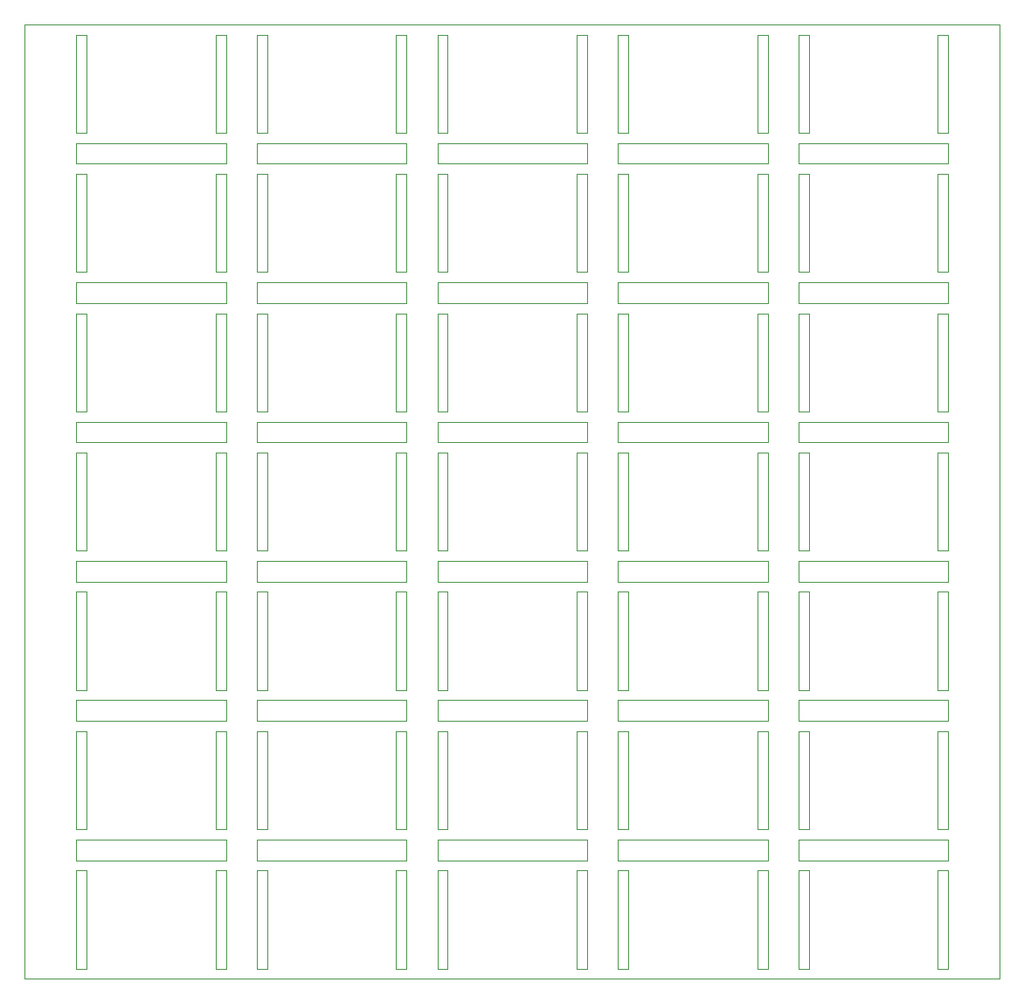
<source format=gm1>
%TF.GenerationSoftware,KiCad,Pcbnew,(5.1.6)-1*%
%TF.CreationDate,2020-09-22T23:21:28+09:00*%
%TF.ProjectId,funcdecoder_tomix_pcb_0773_0507_rev0_panelize_94_5mm_92_5mm,66756e63-6465-4636-9f64-65725f746f6d,rev?*%
%TF.SameCoordinates,PX66ff300PY337f980*%
%TF.FileFunction,Profile,NP*%
%FSLAX46Y46*%
G04 Gerber Fmt 4.6, Leading zero omitted, Abs format (unit mm)*
G04 Created by KiCad (PCBNEW (5.1.6)-1) date 2020-09-22 23:21:28*
%MOMM*%
%LPD*%
G01*
G04 APERTURE LIST*
%TA.AperFunction,Profile*%
%ADD10C,0.050000*%
%TD*%
G04 APERTURE END LIST*
D10*
X94500000Y-92500000D02*
X94500000Y0D01*
X0Y-92500000D02*
X94500000Y-92500000D01*
X0Y0D02*
X0Y-92500000D01*
X0Y0D02*
X94500000Y0D01*
X75000000Y-79000000D02*
X75000000Y-81000000D01*
X57500000Y-79000000D02*
X57500000Y-81000000D01*
X40000000Y-79000000D02*
X40000000Y-81000000D01*
X22500000Y-79000000D02*
X22500000Y-81000000D01*
X5000000Y-79000000D02*
X5000000Y-81000000D01*
X75000000Y-65500000D02*
X75000000Y-67500000D01*
X57500000Y-65500000D02*
X57500000Y-67500000D01*
X40000000Y-65500000D02*
X40000000Y-67500000D01*
X22500000Y-65500000D02*
X22500000Y-67500000D01*
X5000000Y-65500000D02*
X5000000Y-67500000D01*
X75000000Y-52000000D02*
X75000000Y-54000000D01*
X57500000Y-52000000D02*
X57500000Y-54000000D01*
X40000000Y-52000000D02*
X40000000Y-54000000D01*
X22500000Y-52000000D02*
X22500000Y-54000000D01*
X5000000Y-52000000D02*
X5000000Y-54000000D01*
X75000000Y-38500000D02*
X75000000Y-40500000D01*
X57500000Y-38500000D02*
X57500000Y-40500000D01*
X40000000Y-38500000D02*
X40000000Y-40500000D01*
X22500000Y-38500000D02*
X22500000Y-40500000D01*
X5000000Y-38500000D02*
X5000000Y-40500000D01*
X75000000Y-25000000D02*
X75000000Y-27000000D01*
X57500000Y-25000000D02*
X57500000Y-27000000D01*
X40000000Y-25000000D02*
X40000000Y-27000000D01*
X22500000Y-25000000D02*
X22500000Y-27000000D01*
X5000000Y-25000000D02*
X5000000Y-27000000D01*
X75000000Y-11500000D02*
X75000000Y-13500000D01*
X57500000Y-11500000D02*
X57500000Y-13500000D01*
X40000000Y-11500000D02*
X40000000Y-13500000D01*
X22500000Y-11500000D02*
X22500000Y-13500000D01*
X88500000Y-91500000D02*
X89500000Y-91500000D01*
X71000000Y-91500000D02*
X72000000Y-91500000D01*
X53500000Y-91500000D02*
X54500000Y-91500000D01*
X36000000Y-91500000D02*
X37000000Y-91500000D01*
X18500000Y-91500000D02*
X19500000Y-91500000D01*
X88500000Y-78000000D02*
X89500000Y-78000000D01*
X71000000Y-78000000D02*
X72000000Y-78000000D01*
X53500000Y-78000000D02*
X54500000Y-78000000D01*
X36000000Y-78000000D02*
X37000000Y-78000000D01*
X18500000Y-78000000D02*
X19500000Y-78000000D01*
X88500000Y-64500000D02*
X89500000Y-64500000D01*
X71000000Y-64500000D02*
X72000000Y-64500000D01*
X53500000Y-64500000D02*
X54500000Y-64500000D01*
X36000000Y-64500000D02*
X37000000Y-64500000D01*
X18500000Y-64500000D02*
X19500000Y-64500000D01*
X88500000Y-51000000D02*
X89500000Y-51000000D01*
X71000000Y-51000000D02*
X72000000Y-51000000D01*
X53500000Y-51000000D02*
X54500000Y-51000000D01*
X36000000Y-51000000D02*
X37000000Y-51000000D01*
X18500000Y-51000000D02*
X19500000Y-51000000D01*
X88500000Y-37500000D02*
X89500000Y-37500000D01*
X71000000Y-37500000D02*
X72000000Y-37500000D01*
X53500000Y-37500000D02*
X54500000Y-37500000D01*
X36000000Y-37500000D02*
X37000000Y-37500000D01*
X18500000Y-37500000D02*
X19500000Y-37500000D01*
X88500000Y-24000000D02*
X89500000Y-24000000D01*
X71000000Y-24000000D02*
X72000000Y-24000000D01*
X53500000Y-24000000D02*
X54500000Y-24000000D01*
X36000000Y-24000000D02*
X37000000Y-24000000D01*
X18500000Y-24000000D02*
X19500000Y-24000000D01*
X88500000Y-10500000D02*
X89500000Y-10500000D01*
X71000000Y-10500000D02*
X72000000Y-10500000D01*
X53500000Y-10500000D02*
X54500000Y-10500000D01*
X36000000Y-10500000D02*
X37000000Y-10500000D01*
X89500000Y-91500000D02*
X89500000Y-82000000D01*
X72000000Y-91500000D02*
X72000000Y-82000000D01*
X54500000Y-91500000D02*
X54500000Y-82000000D01*
X37000000Y-91500000D02*
X37000000Y-82000000D01*
X19500000Y-91500000D02*
X19500000Y-82000000D01*
X89500000Y-78000000D02*
X89500000Y-68500000D01*
X72000000Y-78000000D02*
X72000000Y-68500000D01*
X54500000Y-78000000D02*
X54500000Y-68500000D01*
X37000000Y-78000000D02*
X37000000Y-68500000D01*
X19500000Y-78000000D02*
X19500000Y-68500000D01*
X89500000Y-64500000D02*
X89500000Y-55000000D01*
X72000000Y-64500000D02*
X72000000Y-55000000D01*
X54500000Y-64500000D02*
X54500000Y-55000000D01*
X37000000Y-64500000D02*
X37000000Y-55000000D01*
X19500000Y-64500000D02*
X19500000Y-55000000D01*
X89500000Y-51000000D02*
X89500000Y-41500000D01*
X72000000Y-51000000D02*
X72000000Y-41500000D01*
X54500000Y-51000000D02*
X54500000Y-41500000D01*
X37000000Y-51000000D02*
X37000000Y-41500000D01*
X19500000Y-51000000D02*
X19500000Y-41500000D01*
X89500000Y-37500000D02*
X89500000Y-28000000D01*
X72000000Y-37500000D02*
X72000000Y-28000000D01*
X54500000Y-37500000D02*
X54500000Y-28000000D01*
X37000000Y-37500000D02*
X37000000Y-28000000D01*
X19500000Y-37500000D02*
X19500000Y-28000000D01*
X89500000Y-24000000D02*
X89500000Y-14500000D01*
X72000000Y-24000000D02*
X72000000Y-14500000D01*
X54500000Y-24000000D02*
X54500000Y-14500000D01*
X37000000Y-24000000D02*
X37000000Y-14500000D01*
X19500000Y-24000000D02*
X19500000Y-14500000D01*
X89500000Y-10500000D02*
X89500000Y-1000000D01*
X72000000Y-10500000D02*
X72000000Y-1000000D01*
X54500000Y-10500000D02*
X54500000Y-1000000D01*
X37000000Y-10500000D02*
X37000000Y-1000000D01*
X89500000Y-79000000D02*
X89500000Y-81000000D01*
X72000000Y-79000000D02*
X72000000Y-81000000D01*
X54500000Y-79000000D02*
X54500000Y-81000000D01*
X37000000Y-79000000D02*
X37000000Y-81000000D01*
X19500000Y-79000000D02*
X19500000Y-81000000D01*
X89500000Y-65500000D02*
X89500000Y-67500000D01*
X72000000Y-65500000D02*
X72000000Y-67500000D01*
X54500000Y-65500000D02*
X54500000Y-67500000D01*
X37000000Y-65500000D02*
X37000000Y-67500000D01*
X19500000Y-65500000D02*
X19500000Y-67500000D01*
X89500000Y-52000000D02*
X89500000Y-54000000D01*
X72000000Y-52000000D02*
X72000000Y-54000000D01*
X54500000Y-52000000D02*
X54500000Y-54000000D01*
X37000000Y-52000000D02*
X37000000Y-54000000D01*
X19500000Y-52000000D02*
X19500000Y-54000000D01*
X89500000Y-38500000D02*
X89500000Y-40500000D01*
X72000000Y-38500000D02*
X72000000Y-40500000D01*
X54500000Y-38500000D02*
X54500000Y-40500000D01*
X37000000Y-38500000D02*
X37000000Y-40500000D01*
X19500000Y-38500000D02*
X19500000Y-40500000D01*
X89500000Y-25000000D02*
X89500000Y-27000000D01*
X72000000Y-25000000D02*
X72000000Y-27000000D01*
X54500000Y-25000000D02*
X54500000Y-27000000D01*
X37000000Y-25000000D02*
X37000000Y-27000000D01*
X19500000Y-25000000D02*
X19500000Y-27000000D01*
X89500000Y-11500000D02*
X89500000Y-13500000D01*
X72000000Y-11500000D02*
X72000000Y-13500000D01*
X54500000Y-11500000D02*
X54500000Y-13500000D01*
X37000000Y-11500000D02*
X37000000Y-13500000D01*
X89500000Y-82000000D02*
X88500000Y-82000000D01*
X72000000Y-82000000D02*
X71000000Y-82000000D01*
X54500000Y-82000000D02*
X53500000Y-82000000D01*
X37000000Y-82000000D02*
X36000000Y-82000000D01*
X19500000Y-82000000D02*
X18500000Y-82000000D01*
X89500000Y-68500000D02*
X88500000Y-68500000D01*
X72000000Y-68500000D02*
X71000000Y-68500000D01*
X54500000Y-68500000D02*
X53500000Y-68500000D01*
X37000000Y-68500000D02*
X36000000Y-68500000D01*
X19500000Y-68500000D02*
X18500000Y-68500000D01*
X89500000Y-55000000D02*
X88500000Y-55000000D01*
X72000000Y-55000000D02*
X71000000Y-55000000D01*
X54500000Y-55000000D02*
X53500000Y-55000000D01*
X37000000Y-55000000D02*
X36000000Y-55000000D01*
X19500000Y-55000000D02*
X18500000Y-55000000D01*
X89500000Y-41500000D02*
X88500000Y-41500000D01*
X72000000Y-41500000D02*
X71000000Y-41500000D01*
X54500000Y-41500000D02*
X53500000Y-41500000D01*
X37000000Y-41500000D02*
X36000000Y-41500000D01*
X19500000Y-41500000D02*
X18500000Y-41500000D01*
X89500000Y-28000000D02*
X88500000Y-28000000D01*
X72000000Y-28000000D02*
X71000000Y-28000000D01*
X54500000Y-28000000D02*
X53500000Y-28000000D01*
X37000000Y-28000000D02*
X36000000Y-28000000D01*
X19500000Y-28000000D02*
X18500000Y-28000000D01*
X89500000Y-14500000D02*
X88500000Y-14500000D01*
X72000000Y-14500000D02*
X71000000Y-14500000D01*
X54500000Y-14500000D02*
X53500000Y-14500000D01*
X37000000Y-14500000D02*
X36000000Y-14500000D01*
X19500000Y-14500000D02*
X18500000Y-14500000D01*
X89500000Y-1000000D02*
X88500000Y-1000000D01*
X72000000Y-1000000D02*
X71000000Y-1000000D01*
X54500000Y-1000000D02*
X53500000Y-1000000D01*
X37000000Y-1000000D02*
X36000000Y-1000000D01*
X75000000Y-91500000D02*
X76000000Y-91500000D01*
X57500000Y-91500000D02*
X58500000Y-91500000D01*
X40000000Y-91500000D02*
X41000000Y-91500000D01*
X22500000Y-91500000D02*
X23500000Y-91500000D01*
X5000000Y-91500000D02*
X6000000Y-91500000D01*
X75000000Y-78000000D02*
X76000000Y-78000000D01*
X57500000Y-78000000D02*
X58500000Y-78000000D01*
X40000000Y-78000000D02*
X41000000Y-78000000D01*
X22500000Y-78000000D02*
X23500000Y-78000000D01*
X5000000Y-78000000D02*
X6000000Y-78000000D01*
X75000000Y-64500000D02*
X76000000Y-64500000D01*
X57500000Y-64500000D02*
X58500000Y-64500000D01*
X40000000Y-64500000D02*
X41000000Y-64500000D01*
X22500000Y-64500000D02*
X23500000Y-64500000D01*
X5000000Y-64500000D02*
X6000000Y-64500000D01*
X75000000Y-51000000D02*
X76000000Y-51000000D01*
X57500000Y-51000000D02*
X58500000Y-51000000D01*
X40000000Y-51000000D02*
X41000000Y-51000000D01*
X22500000Y-51000000D02*
X23500000Y-51000000D01*
X5000000Y-51000000D02*
X6000000Y-51000000D01*
X75000000Y-37500000D02*
X76000000Y-37500000D01*
X57500000Y-37500000D02*
X58500000Y-37500000D01*
X40000000Y-37500000D02*
X41000000Y-37500000D01*
X22500000Y-37500000D02*
X23500000Y-37500000D01*
X5000000Y-37500000D02*
X6000000Y-37500000D01*
X75000000Y-24000000D02*
X76000000Y-24000000D01*
X57500000Y-24000000D02*
X58500000Y-24000000D01*
X40000000Y-24000000D02*
X41000000Y-24000000D01*
X22500000Y-24000000D02*
X23500000Y-24000000D01*
X5000000Y-24000000D02*
X6000000Y-24000000D01*
X75000000Y-10500000D02*
X76000000Y-10500000D01*
X57500000Y-10500000D02*
X58500000Y-10500000D01*
X40000000Y-10500000D02*
X41000000Y-10500000D01*
X22500000Y-10500000D02*
X23500000Y-10500000D01*
X76000000Y-82000000D02*
X76000000Y-91500000D01*
X58500000Y-82000000D02*
X58500000Y-91500000D01*
X41000000Y-82000000D02*
X41000000Y-91500000D01*
X23500000Y-82000000D02*
X23500000Y-91500000D01*
X6000000Y-82000000D02*
X6000000Y-91500000D01*
X76000000Y-68500000D02*
X76000000Y-78000000D01*
X58500000Y-68500000D02*
X58500000Y-78000000D01*
X41000000Y-68500000D02*
X41000000Y-78000000D01*
X23500000Y-68500000D02*
X23500000Y-78000000D01*
X6000000Y-68500000D02*
X6000000Y-78000000D01*
X76000000Y-55000000D02*
X76000000Y-64500000D01*
X58500000Y-55000000D02*
X58500000Y-64500000D01*
X41000000Y-55000000D02*
X41000000Y-64500000D01*
X23500000Y-55000000D02*
X23500000Y-64500000D01*
X6000000Y-55000000D02*
X6000000Y-64500000D01*
X76000000Y-41500000D02*
X76000000Y-51000000D01*
X58500000Y-41500000D02*
X58500000Y-51000000D01*
X41000000Y-41500000D02*
X41000000Y-51000000D01*
X23500000Y-41500000D02*
X23500000Y-51000000D01*
X6000000Y-41500000D02*
X6000000Y-51000000D01*
X76000000Y-28000000D02*
X76000000Y-37500000D01*
X58500000Y-28000000D02*
X58500000Y-37500000D01*
X41000000Y-28000000D02*
X41000000Y-37500000D01*
X23500000Y-28000000D02*
X23500000Y-37500000D01*
X6000000Y-28000000D02*
X6000000Y-37500000D01*
X76000000Y-14500000D02*
X76000000Y-24000000D01*
X58500000Y-14500000D02*
X58500000Y-24000000D01*
X41000000Y-14500000D02*
X41000000Y-24000000D01*
X23500000Y-14500000D02*
X23500000Y-24000000D01*
X6000000Y-14500000D02*
X6000000Y-24000000D01*
X76000000Y-1000000D02*
X76000000Y-10500000D01*
X58500000Y-1000000D02*
X58500000Y-10500000D01*
X41000000Y-1000000D02*
X41000000Y-10500000D01*
X23500000Y-1000000D02*
X23500000Y-10500000D01*
X89500000Y-81000000D02*
X75000000Y-81000000D01*
X72000000Y-81000000D02*
X57500000Y-81000000D01*
X54500000Y-81000000D02*
X40000000Y-81000000D01*
X37000000Y-81000000D02*
X22500000Y-81000000D01*
X19500000Y-81000000D02*
X5000000Y-81000000D01*
X89500000Y-67500000D02*
X75000000Y-67500000D01*
X72000000Y-67500000D02*
X57500000Y-67500000D01*
X54500000Y-67500000D02*
X40000000Y-67500000D01*
X37000000Y-67500000D02*
X22500000Y-67500000D01*
X19500000Y-67500000D02*
X5000000Y-67500000D01*
X89500000Y-54000000D02*
X75000000Y-54000000D01*
X72000000Y-54000000D02*
X57500000Y-54000000D01*
X54500000Y-54000000D02*
X40000000Y-54000000D01*
X37000000Y-54000000D02*
X22500000Y-54000000D01*
X19500000Y-54000000D02*
X5000000Y-54000000D01*
X89500000Y-40500000D02*
X75000000Y-40500000D01*
X72000000Y-40500000D02*
X57500000Y-40500000D01*
X54500000Y-40500000D02*
X40000000Y-40500000D01*
X37000000Y-40500000D02*
X22500000Y-40500000D01*
X19500000Y-40500000D02*
X5000000Y-40500000D01*
X89500000Y-27000000D02*
X75000000Y-27000000D01*
X72000000Y-27000000D02*
X57500000Y-27000000D01*
X54500000Y-27000000D02*
X40000000Y-27000000D01*
X37000000Y-27000000D02*
X22500000Y-27000000D01*
X19500000Y-27000000D02*
X5000000Y-27000000D01*
X89500000Y-13500000D02*
X75000000Y-13500000D01*
X72000000Y-13500000D02*
X57500000Y-13500000D01*
X54500000Y-13500000D02*
X40000000Y-13500000D01*
X37000000Y-13500000D02*
X22500000Y-13500000D01*
X19500000Y-13500000D02*
X5000000Y-13500000D01*
X88500000Y-91500000D02*
X88500000Y-82000000D01*
X71000000Y-91500000D02*
X71000000Y-82000000D01*
X53500000Y-91500000D02*
X53500000Y-82000000D01*
X36000000Y-91500000D02*
X36000000Y-82000000D01*
X18500000Y-91500000D02*
X18500000Y-82000000D01*
X88500000Y-78000000D02*
X88500000Y-68500000D01*
X71000000Y-78000000D02*
X71000000Y-68500000D01*
X53500000Y-78000000D02*
X53500000Y-68500000D01*
X36000000Y-78000000D02*
X36000000Y-68500000D01*
X18500000Y-78000000D02*
X18500000Y-68500000D01*
X88500000Y-64500000D02*
X88500000Y-55000000D01*
X71000000Y-64500000D02*
X71000000Y-55000000D01*
X53500000Y-64500000D02*
X53500000Y-55000000D01*
X36000000Y-64500000D02*
X36000000Y-55000000D01*
X18500000Y-64500000D02*
X18500000Y-55000000D01*
X88500000Y-51000000D02*
X88500000Y-41500000D01*
X71000000Y-51000000D02*
X71000000Y-41500000D01*
X53500000Y-51000000D02*
X53500000Y-41500000D01*
X36000000Y-51000000D02*
X36000000Y-41500000D01*
X18500000Y-51000000D02*
X18500000Y-41500000D01*
X88500000Y-37500000D02*
X88500000Y-28000000D01*
X71000000Y-37500000D02*
X71000000Y-28000000D01*
X53500000Y-37500000D02*
X53500000Y-28000000D01*
X36000000Y-37500000D02*
X36000000Y-28000000D01*
X18500000Y-37500000D02*
X18500000Y-28000000D01*
X88500000Y-24000000D02*
X88500000Y-14500000D01*
X71000000Y-24000000D02*
X71000000Y-14500000D01*
X53500000Y-24000000D02*
X53500000Y-14500000D01*
X36000000Y-24000000D02*
X36000000Y-14500000D01*
X18500000Y-24000000D02*
X18500000Y-14500000D01*
X88500000Y-10500000D02*
X88500000Y-1000000D01*
X71000000Y-10500000D02*
X71000000Y-1000000D01*
X53500000Y-10500000D02*
X53500000Y-1000000D01*
X36000000Y-10500000D02*
X36000000Y-1000000D01*
X75000000Y-79000000D02*
X89500000Y-79000000D01*
X57500000Y-79000000D02*
X72000000Y-79000000D01*
X40000000Y-79000000D02*
X54500000Y-79000000D01*
X22500000Y-79000000D02*
X37000000Y-79000000D01*
X5000000Y-79000000D02*
X19500000Y-79000000D01*
X75000000Y-65500000D02*
X89500000Y-65500000D01*
X57500000Y-65500000D02*
X72000000Y-65500000D01*
X40000000Y-65500000D02*
X54500000Y-65500000D01*
X22500000Y-65500000D02*
X37000000Y-65500000D01*
X5000000Y-65500000D02*
X19500000Y-65500000D01*
X75000000Y-52000000D02*
X89500000Y-52000000D01*
X57500000Y-52000000D02*
X72000000Y-52000000D01*
X40000000Y-52000000D02*
X54500000Y-52000000D01*
X22500000Y-52000000D02*
X37000000Y-52000000D01*
X5000000Y-52000000D02*
X19500000Y-52000000D01*
X75000000Y-38500000D02*
X89500000Y-38500000D01*
X57500000Y-38500000D02*
X72000000Y-38500000D01*
X40000000Y-38500000D02*
X54500000Y-38500000D01*
X22500000Y-38500000D02*
X37000000Y-38500000D01*
X5000000Y-38500000D02*
X19500000Y-38500000D01*
X75000000Y-25000000D02*
X89500000Y-25000000D01*
X57500000Y-25000000D02*
X72000000Y-25000000D01*
X40000000Y-25000000D02*
X54500000Y-25000000D01*
X22500000Y-25000000D02*
X37000000Y-25000000D01*
X5000000Y-25000000D02*
X19500000Y-25000000D01*
X75000000Y-11500000D02*
X89500000Y-11500000D01*
X57500000Y-11500000D02*
X72000000Y-11500000D01*
X40000000Y-11500000D02*
X54500000Y-11500000D01*
X22500000Y-11500000D02*
X37000000Y-11500000D01*
X76000000Y-82000000D02*
X75000000Y-82000000D01*
X58500000Y-82000000D02*
X57500000Y-82000000D01*
X41000000Y-82000000D02*
X40000000Y-82000000D01*
X23500000Y-82000000D02*
X22500000Y-82000000D01*
X6000000Y-82000000D02*
X5000000Y-82000000D01*
X76000000Y-68500000D02*
X75000000Y-68500000D01*
X58500000Y-68500000D02*
X57500000Y-68500000D01*
X41000000Y-68500000D02*
X40000000Y-68500000D01*
X23500000Y-68500000D02*
X22500000Y-68500000D01*
X6000000Y-68500000D02*
X5000000Y-68500000D01*
X76000000Y-55000000D02*
X75000000Y-55000000D01*
X58500000Y-55000000D02*
X57500000Y-55000000D01*
X41000000Y-55000000D02*
X40000000Y-55000000D01*
X23500000Y-55000000D02*
X22500000Y-55000000D01*
X6000000Y-55000000D02*
X5000000Y-55000000D01*
X76000000Y-41500000D02*
X75000000Y-41500000D01*
X58500000Y-41500000D02*
X57500000Y-41500000D01*
X41000000Y-41500000D02*
X40000000Y-41500000D01*
X23500000Y-41500000D02*
X22500000Y-41500000D01*
X6000000Y-41500000D02*
X5000000Y-41500000D01*
X76000000Y-28000000D02*
X75000000Y-28000000D01*
X58500000Y-28000000D02*
X57500000Y-28000000D01*
X41000000Y-28000000D02*
X40000000Y-28000000D01*
X23500000Y-28000000D02*
X22500000Y-28000000D01*
X6000000Y-28000000D02*
X5000000Y-28000000D01*
X76000000Y-14500000D02*
X75000000Y-14500000D01*
X58500000Y-14500000D02*
X57500000Y-14500000D01*
X41000000Y-14500000D02*
X40000000Y-14500000D01*
X23500000Y-14500000D02*
X22500000Y-14500000D01*
X6000000Y-14500000D02*
X5000000Y-14500000D01*
X76000000Y-1000000D02*
X75000000Y-1000000D01*
X58500000Y-1000000D02*
X57500000Y-1000000D01*
X41000000Y-1000000D02*
X40000000Y-1000000D01*
X23500000Y-1000000D02*
X22500000Y-1000000D01*
X75000000Y-82000000D02*
X75000000Y-91500000D01*
X57500000Y-82000000D02*
X57500000Y-91500000D01*
X40000000Y-82000000D02*
X40000000Y-91500000D01*
X22500000Y-82000000D02*
X22500000Y-91500000D01*
X5000000Y-82000000D02*
X5000000Y-91500000D01*
X75000000Y-68500000D02*
X75000000Y-78000000D01*
X57500000Y-68500000D02*
X57500000Y-78000000D01*
X40000000Y-68500000D02*
X40000000Y-78000000D01*
X22500000Y-68500000D02*
X22500000Y-78000000D01*
X5000000Y-68500000D02*
X5000000Y-78000000D01*
X75000000Y-55000000D02*
X75000000Y-64500000D01*
X57500000Y-55000000D02*
X57500000Y-64500000D01*
X40000000Y-55000000D02*
X40000000Y-64500000D01*
X22500000Y-55000000D02*
X22500000Y-64500000D01*
X5000000Y-55000000D02*
X5000000Y-64500000D01*
X75000000Y-41500000D02*
X75000000Y-51000000D01*
X57500000Y-41500000D02*
X57500000Y-51000000D01*
X40000000Y-41500000D02*
X40000000Y-51000000D01*
X22500000Y-41500000D02*
X22500000Y-51000000D01*
X5000000Y-41500000D02*
X5000000Y-51000000D01*
X75000000Y-28000000D02*
X75000000Y-37500000D01*
X57500000Y-28000000D02*
X57500000Y-37500000D01*
X40000000Y-28000000D02*
X40000000Y-37500000D01*
X22500000Y-28000000D02*
X22500000Y-37500000D01*
X5000000Y-28000000D02*
X5000000Y-37500000D01*
X75000000Y-14500000D02*
X75000000Y-24000000D01*
X57500000Y-14500000D02*
X57500000Y-24000000D01*
X40000000Y-14500000D02*
X40000000Y-24000000D01*
X22500000Y-14500000D02*
X22500000Y-24000000D01*
X5000000Y-14500000D02*
X5000000Y-24000000D01*
X75000000Y-1000000D02*
X75000000Y-10500000D01*
X57500000Y-1000000D02*
X57500000Y-10500000D01*
X40000000Y-1000000D02*
X40000000Y-10500000D01*
X22500000Y-1000000D02*
X22500000Y-10500000D01*
X19500000Y-11500000D02*
X19500000Y-13500000D01*
X5000000Y-11500000D02*
X5000000Y-13500000D01*
X19500000Y-1000000D02*
X18500000Y-1000000D01*
X19500000Y-10500000D02*
X19500000Y-1000000D01*
X18500000Y-10500000D02*
X19500000Y-10500000D01*
X5000000Y-10500000D02*
X6000000Y-10500000D01*
X5000000Y-1000000D02*
X5000000Y-10500000D01*
X6000000Y-1000000D02*
X5000000Y-1000000D01*
X6000000Y-1000000D02*
X6000000Y-10500000D01*
X18500000Y-10500000D02*
X18500000Y-1000000D01*
X5000000Y-11500000D02*
X19500000Y-11500000D01*
M02*

</source>
